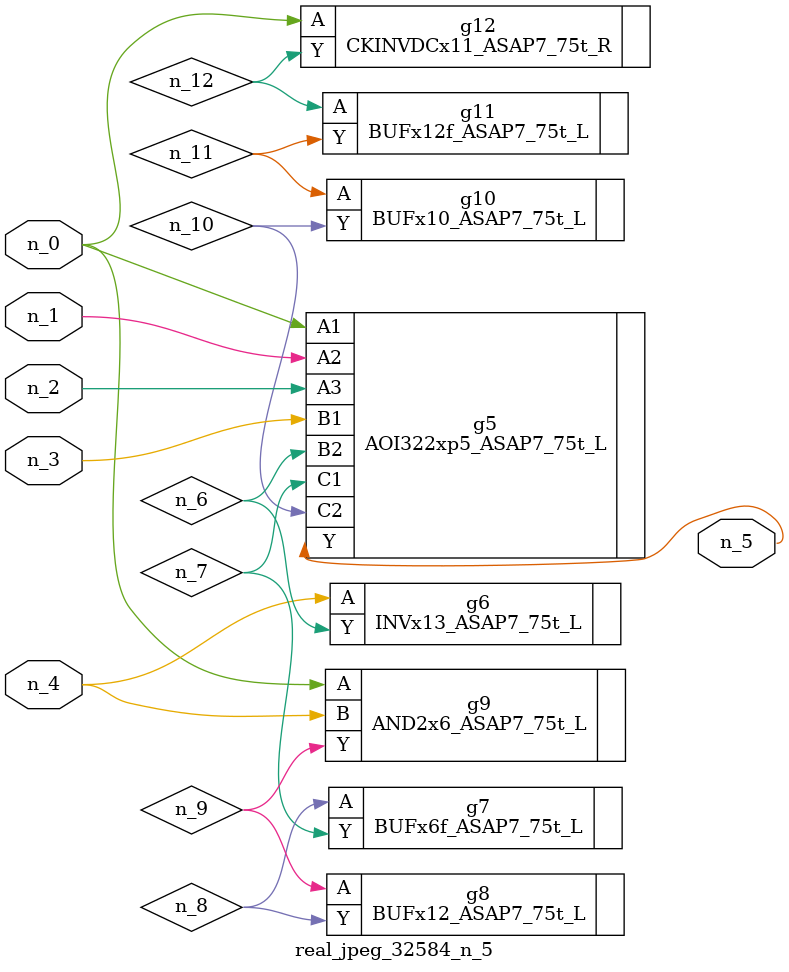
<source format=v>
module real_jpeg_32584_n_5 (n_4, n_0, n_1, n_2, n_3, n_5);

input n_4;
input n_0;
input n_1;
input n_2;
input n_3;

output n_5;

wire n_12;
wire n_8;
wire n_11;
wire n_6;
wire n_7;
wire n_10;
wire n_9;

AOI322xp5_ASAP7_75t_L g5 ( 
.A1(n_0),
.A2(n_1),
.A3(n_2),
.B1(n_3),
.B2(n_6),
.C1(n_7),
.C2(n_10),
.Y(n_5)
);

AND2x6_ASAP7_75t_L g9 ( 
.A(n_0),
.B(n_4),
.Y(n_9)
);

CKINVDCx11_ASAP7_75t_R g12 ( 
.A(n_0),
.Y(n_12)
);

INVx13_ASAP7_75t_L g6 ( 
.A(n_4),
.Y(n_6)
);

BUFx6f_ASAP7_75t_L g7 ( 
.A(n_8),
.Y(n_7)
);

BUFx12_ASAP7_75t_L g8 ( 
.A(n_9),
.Y(n_8)
);

BUFx10_ASAP7_75t_L g10 ( 
.A(n_11),
.Y(n_10)
);

BUFx12f_ASAP7_75t_L g11 ( 
.A(n_12),
.Y(n_11)
);


endmodule
</source>
